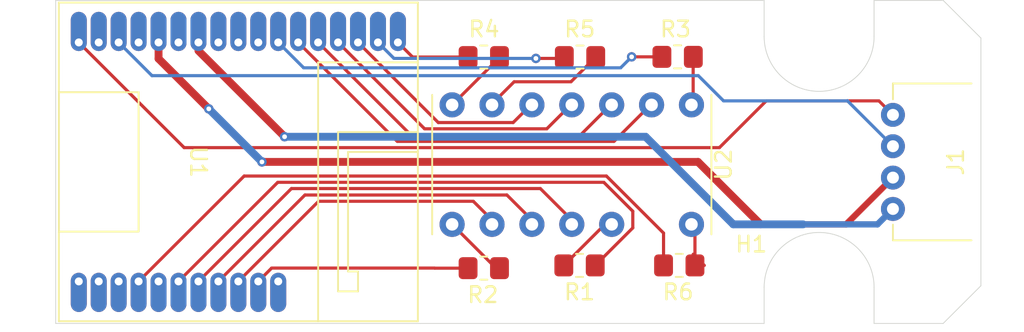
<source format=kicad_pcb>
(kicad_pcb (version 20240108) (generator "pcbnew") (generator_version "8.0")
  (layers (0 "F.Cu" signal) (31 "B.Cu" signal) (34 "B.Paste" user) (35 "F.Paste" user) (36 "B.SilkS" user "B.Silkscreen") (37 "F.SilkS" user "F.Silkscreen") (38 "B.Mask" user) (39 "F.Mask" user) (44 "Edge.Cuts" user))
  (net 0 "")
  (net 1 "Net-(J1-Pin_4)")
  (net 2 "GND")
  (net 3 "+5V")
  (net 4 "Net-(J1-Pin_3)")
  (net 5 "Net-(U2-AN1)")
  (net 6 "Net-(U1-G41)")
  (net 7 "Net-(U2-AN2)")
  (net 8 "Net-(U1-G46)")
  (net 9 "Net-(U2-AN3)")
  (net 10 "Net-(U1-G7)")
  (net 11 "Net-(U1-G1)")
  (net 12 "Net-(U2-AN4)")
  (net 13 "Net-(U1-G2)")
  (net 14 "Net-(U2-AN5)")
  (net 15 "Net-(U1-G40)")
  (net 16 "Net-(U2-ANDE)")
  (net 22 "Net-(U1-G6)")
  (net 24 "Net-(U1-G44)")
  (net 25 "Net-(U1-G3)")
  (net 27 "Net-(U1-G4)")
  (net 28 "Net-(U1-G42)")
  (net 31 "Net-(U1-G5)")
  (net 33 "Net-(U1-G43)")
  (footprint "Resistor_SMD:R_0805_2012Metric_Pad1.20x1.40mm_HandSolder" (layer "F.Cu") (at 140.954 74.5)
    (property "Reference" "R1" (at 0 1.7 360) (layer "F.SilkS"))
    (property "Value" "120")
    (fp_line (start -0.227064 -0.735) (end 0.227064 -0.735) (stroke (width 0.12)) (layer "F.SilkS"))
    (fp_line (start -0.227064 0.735) (end 0.227064 0.735) (stroke (width 0.12)) (layer "F.SilkS"))
    (pad "1" smd roundrect (at -1 0) (size 1.2 1.4) (layers "F.Cu" "F.Paste" "F.Mask") (roundrect_rratio 0.208333) (net 5 "Net-(U2-AN1)"))
    (pad "2" smd roundrect (at 1 0) (size 1.2 1.4) (layers "F.Cu" "F.Paste" "F.Mask") (roundrect_rratio 0.208333) (net 6 "Net-(U1-G41)"))
  )
  (footprint "footprints:LTP305G" (layer "F.Cu") (at 150.622 68.072 90)
    (property "Reference" "U2" (at 0 -0.5 90) (layer "F.SilkS"))
    (property "Value" "LTP305G")
    (fp_line (start -4.445 -19.05) (end 4.445 -19.05) (stroke (width 0.12)) (layer "F.SilkS"))
    (fp_line (start -4.445 -1.27) (end 4.445 -1.27) (stroke (width 0.12)) (layer "F.SilkS"))
    (pad "1" thru_hole circle (at -3.81 -17.78 90) (size 1.6 1.6) (drill 0.8) (layers "*.Cu" "*.Mask") (net 7 "Net-(U2-AN2)"))
    (pad "2" thru_hole circle (at -3.81 -15.24 90) (size 1.6 1.6) (drill 0.8) (layers "*.Cu" "*.Mask") (net 33 "Net-(U1-G43)"))
    (pad "3" thru_hole circle (at -3.81 -12.7 90) (size 1.6 1.6) (drill 0.8) (layers "*.Cu" "*.Mask") (net 28 "Net-(U1-G42)"))
    (pad "4" thru_hole circle (at -3.81 -10.16 90) (size 1.6 1.6) (drill 0.8) (layers "*.Cu" "*.Mask") (net 24 "Net-(U1-G44)"))
    (pad "5" thru_hole circle (at -3.81 -7.62 90) (size 1.6 1.6) (drill 0.8) (layers "*.Cu" "*.Mask") (net 5 "Net-(U2-AN1)"))
    (pad "7" thru_hole circle (at -3.81 -2.54 90) (size 1.6 1.6) (drill 0.8) (layers "*.Cu" "*.Mask") (net 16 "Net-(U2-ANDE)"))
    (pad "8" thru_hole circle (at 3.81 -2.54 90) (size 1.6 1.6) (drill 0.8) (layers "*.Cu" "*.Mask") (net 9 "Net-(U2-AN3)"))
    (pad "9" thru_hole circle (at 3.81 -5.08 90) (size 1.6 1.6) (drill 0.8) (layers "*.Cu" "*.Mask") (net 22 "Net-(U1-G6)"))
    (pad "10" thru_hole circle (at 3.81 -7.62 90) (size 1.6 1.6) (drill 0.8) (layers "*.Cu" "*.Mask") (net 31 "Net-(U1-G5)"))
    (pad "11" thru_hole circle (at 3.81 -10.16 90) (size 1.6 1.6) (drill 0.8) (layers "*.Cu" "*.Mask") (net 27 "Net-(U1-G4)"))
    (pad "12" thru_hole circle (at 3.81 -12.7 90) (size 1.6 1.6) (drill 0.8) (layers "*.Cu" "*.Mask") (net 25 "Net-(U1-G3)"))
    (pad "13" thru_hole circle (at 3.81 -15.24 90) (size 1.6 1.6) (drill 0.8) (layers "*.Cu" "*.Mask") (net 14 "Net-(U2-AN5)"))
    (pad "14" thru_hole circle (at 3.81 -17.78 90) (size 1.6 1.6) (drill 0.8) (layers "*.Cu" "*.Mask") (net 12 "Net-(U2-AN4)"))
  )
  (footprint "Resistor_SMD:R_0805_2012Metric_Pad1.20x1.40mm_HandSolder" (layer "F.Cu") (at 134.858 61.214 180)
    (property "Reference" "R4" (at -0.016 1.778 360) (layer "F.SilkS"))
    (property "Value" "120")
    (fp_line (start -0.227064 0.735) (end 0.227064 0.735) (stroke (width 0.12)) (layer "F.SilkS"))
    (fp_line (start -0.227064 -0.735) (end 0.227064 -0.735) (stroke (width 0.12)) (layer "F.SilkS"))
    (pad "1" smd roundrect (at -1 0 180) (size 1.2 1.4) (layers "F.Cu" "F.Paste" "F.Mask") (roundrect_rratio 0.208333) (net 12 "Net-(U2-AN4)"))
    (pad "2" smd roundrect (at 1 0 180) (size 1.2 1.4) (layers "F.Cu" "F.Paste" "F.Mask") (roundrect_rratio 0.208333) (net 11 "Net-(U1-G1)"))
  )
  (footprint "Resistor_SMD:R_0805_2012Metric_Pad1.20x1.40mm_HandSolder" (layer "F.Cu") (at 134.858 74.676)
    (property "Reference" "R2" (at -0.058 1.7 180) (layer "F.SilkS"))
    (property "Value" "120")
    (fp_line (start -0.227064 -0.735) (end 0.227064 -0.735) (stroke (width 0.12)) (layer "F.SilkS"))
    (fp_line (start -0.227064 0.735) (end 0.227064 0.735) (stroke (width 0.12)) (layer "F.SilkS"))
    (pad "1" smd roundrect (at -1 0) (size 1.2 1.4) (layers "F.Cu" "F.Paste" "F.Mask") (roundrect_rratio 0.208333) (net 8 "Net-(U1-G46)"))
    (pad "2" smd roundrect (at 1 0) (size 1.2 1.4) (layers "F.Cu" "F.Paste" "F.Mask") (roundrect_rratio 0.208333) (net 7 "Net-(U2-AN2)"))
  )
  (footprint "footprints:unit_mounting_hole" (layer "F.Cu") (at 156.21 75.4)
    (property "Reference" "H1" (at -4.318 -2.248 0) (layer "F.SilkS"))
    (property "Value" "M5Unit Screw Hole")
    (pad "" np_thru_hole circle (at 0 -7.5) (size 5.5 5.5) (drill 5.5) (layers "F&B.Cu" "*.Mask"))
  )
  (footprint "footprints:M5StampS3" (layer "F.Cu") (at 106.53 67.9 -90)
    (property "Reference" "U1" (at 0 -10.16 -90) (layer "F.SilkS"))
    (property "Value" "M5StampS3")
    (fp_line (start -10.16 -1.27) (end -4.445 -1.27) (stroke (width 0.12)) (layer "F.SilkS"))
    (fp_line (start 4.445 -1.27) (end 10.16 -1.27) (stroke (width 0.12)) (layer "F.SilkS"))
    (fp_line (start 10.16 -1.27) (end 10.16 -24.13) (stroke (width 0.12)) (layer "F.SilkS"))
    (fp_line (start -6.35 -17.78) (end 10.16 -17.78) (stroke (width 0.12)) (layer "F.SilkS"))
    (fp_line (start -1.905 -19.05) (end 8.255 -19.05) (stroke (width 0.12)) (layer "F.SilkS"))
    (fp_line (start 8.255 -19.05) (end 8.255 -20.32) (stroke (width 0.12)) (layer "F.SilkS"))
    (fp_line (start -0.635 -19.685) (end -0.635 -24.13) (stroke (width 0.12)) (layer "F.SilkS"))
    (fp_line (start 6.985 -19.685) (end -0.635 -19.685) (stroke (width 0.12)) (layer "F.SilkS"))
    (fp_line (start 6.985 -20.32) (end 6.985 -19.685) (stroke (width 0.12)) (layer "F.SilkS"))
    (fp_line (start 8.255 -20.32) (end 6.985 -20.32) (stroke (width 0.12)) (layer "F.SilkS"))
    (fp_line (start -10.16 -24.13) (end -10.16 -1.27) (stroke (width 0.12)) (layer "F.SilkS"))
    (fp_line (start -6.35 -24.13) (end -6.35 -17.78) (stroke (width 0.12)) (layer "F.SilkS"))
    (fp_line (start -1.905 -24.13) (end -1.905 -19.05) (stroke (width 0.12)) (layer "F.SilkS"))
    (fp_line (start 10.16 -24.13) (end -10.16 -24.13) (stroke (width 0.12)) (layer "F.SilkS"))
    (fp_rect (start -4.445 -6.35) (end 4.445 -1.275) (stroke (width 0.12)) (fill none) (layer "F.SilkS"))
    (pad "1" thru_hole roundrect (at -7.62 -22.86 270) (size 2.5 1.016) (drill 0.508 (offset -0.7 0)) (layers "*.Cu" "*.Mask") (roundrect_rratio 0.4921259843) (net 11 "Net-(U1-G1)"))
    (pad "2" thru_hole roundrect (at -7.62 -21.59 270) (size 2.5 1.016) (drill 0.508 (offset -0.7 0)) (layers "*.Cu" "*.Mask") (roundrect_rratio 0.4921259843) (net 13 "Net-(U1-G2)"))
    (pad "3" thru_hole roundrect (at -7.62 -20.32 270) (size 2.5 1.016) (drill 0.508 (offset -0.7 0)) (layers "*.Cu" "*.Mask") (roundrect_rratio 0.4921259843) (net 25 "Net-(U1-G3)"))
    (pad "4" thru_hole roundrect (at -7.62 -19.05 270) (size 2.5 1.016) (drill 0.508 (offset -0.7 0)) (layers "*.Cu" "*.Mask") (roundrect_rratio 0.4921259843) (net 27 "Net-(U1-G4)"))
    (pad "5" thru_hole roundrect (at -7.62 -17.78 270) (size 2.5 1.016) (drill 0.508 (offset -0.7 0)) (layers "*.Cu" "*.Mask") (roundrect_rratio 0.4921259843) (net 31 "Net-(U1-G5)"))
    (pad "6" thru_hole roundrect (at -7.62 -16.51 270) (size 2.5 1.016) (drill 0.508 (offset -0.7 0)) (layers "*.Cu" "*.Mask") (roundrect_rratio 0.4921259843) (net 22 "Net-(U1-G6)"))
    (pad "7" thru_hole roundrect (at -7.62 -15.24 270) (size 2.5 1.016) (drill 0.508 (offset -0.7 0)) (layers "*.Cu" "*.Mask") (roundrect_rratio 0.4921259843) (net 10 "Net-(U1-G7)"))
    (pad "8" thru_hole roundrect (at -7.62 -13.97 270) (size 2.5 1.016) (drill 0.508 (offset -0.7 0)) (layers "*.Cu" "*.Mask") (roundrect_rratio 0.4921259843))
    (pad "9" thru_hole roundrect (at -7.62 -12.7 270) (size 2.5 1.016) (drill 0.508 (offset -0.7 0)) (layers "*.Cu" "*.Mask") (roundrect_rratio 0.4921259843))
    (pad "10" thru_hole roundrect (at -7.62 -11.43 270) (size 2.5 1.016) (drill 0.508 (offset -0.7 0)) (layers "*.Cu" "*.Mask") (roundrect_rratio 0.4921259843))
    (pad "11" thru_hole roundrect (at -7.62 -10.16 270) (size 2.5 1.016) (drill 0.508 (offset -0.7 0)) (layers "*.Cu" "*.Mask") (roundrect_rratio 0.4921259843) (net 2 "GND"))
    (pad "12" thru_hole roundrect (at -7.62 -8.89 270) (size 2.5 1.016) (drill 0.508 (offset -0.7 0)) (layers "*.Cu" "*.Mask") (roundrect_rratio 0.4921259843))
    (pad "13" thru_hole roundrect (at -7.62 -7.62 270) (size 2.5 1.016) (drill 0.508 (offset -0.7 0)) (layers "*.Cu" "*.Mask") (roundrect_rratio 0.4921259843) (net 3 "+5V"))
    (pad "14" thru_hole roundrect (at -7.62 -6.35 270) (size 2.5 1.016) (drill 0.508 (offset -0.7 0)) (layers "*.Cu" "*.Mask") (roundrect_rratio 0.4921259843))
    (pad "15" thru_hole roundrect (at -7.62 -5.08 270) (size 2.5 1.016) (drill 0.508 (offset -0.7 0)) (layers "*.Cu" "*.Mask") (roundrect_rratio 0.4921259843) (net 4 "Net-(J1-Pin_3)"))
    (pad "16" thru_hole roundrect (at -7.62 -3.81 270) (size 2.5 1.016) (drill 0.508 (offset -0.7 0)) (layers "*.Cu" "*.Mask") (roundrect_rratio 0.4921259843))
    (pad "17" thru_hole roundrect (at -7.62 -2.54 270) (size 2.5 1.016) (drill 0.508 (offset -0.7 0)) (layers "*.Cu" "*.Mask") (roundrect_rratio 0.4921259843) (net 1 "Net-(J1-Pin_4)"))
    (pad "18" thru_hole roundrect (at 7.62 -2.54 90) (size 2.5 1.016) (drill 0.508 (offset -0.7 0)) (layers "*.Cu" "*.Mask") (roundrect_rratio 0.4921259843))
    (pad "19" thru_hole roundrect (at 7.62 -3.81 90) (size 2.5 1.016) (drill 0.508 (offset -0.7 0)) (layers "*.Cu" "*.Mask") (roundrect_rratio 0.4921259843))
    (pad "20" thru_hole roundrect (at 7.62 -5.08 90) (size 2.5 1.016) (drill 0.508 (offset -0.7 0)) (layers "*.Cu" "*.Mask") (roundrect_rratio 0.4921259843))
    (pad "21" thru_hole roundrect (at 7.62 -6.35 90) (size 2.5 1.016) (drill 0.508 (offset -0.7 0)) (layers "*.Cu" "*.Mask") (roundrect_rratio 0.4921259843) (net 15 "Net-(U1-G40)"))
    (pad "22" thru_hole roundrect (at 7.62 -7.62 90) (size 2.5 1.016) (drill 0.508 (offset -0.7 0)) (layers "*.Cu" "*.Mask") (roundrect_rratio 0.4921259843))
    (pad "23" thru_hole roundrect (at 7.62 -8.89 90) (size 2.5 1.016) (drill 0.508 (offset -0.7 0)) (layers "*.Cu" "*.Mask") (roundrect_rratio 0.4921259843) (net 6 "Net-(U1-G41)"))
    (pad "24" thru_hole roundrect (at 7.62 -10.16 90) (size 2.5 1.016) (drill 0.508 (offset -0.7 0)) (layers "*.Cu" "*.Mask") (roundrect_rratio 0.4921259843) (net 24 "Net-(U1-G44)"))
    (pad "25" thru_hole roundrect (at 7.62 -11.43 90) (size 2.5 1.016) (drill 0.508 (offset -0.7 0)) (layers "*.Cu" "*.Mask") (roundrect_rratio 0.4921259843) (net 28 "Net-(U1-G42)"))
    (pad "26" thru_hole roundrect (at 7.62 -12.7 90) (size 2.5 1.016) (drill 0.508 (offset -0.7 0)) (layers "*.Cu" "*.Mask") (roundrect_rratio 0.4921259843) (net 33 "Net-(U1-G43)"))
    (pad "27" thru_hole roundrect (at 7.62 -13.97 90) (size 2.5 1.016) (drill 0.508 (offset -0.7 0)) (layers "*.Cu" "*.Mask") (roundrect_rratio 0.4921259843) (net 8 "Net-(U1-G46)"))
    (pad "28" thru_hole roundrect (at 7.62 -15.24 90) (size 2.5 1.016) (drill 0.508 (offset -0.7 0)) (layers "*.Cu" "*.Mask") (roundrect_rratio 0.4921259843))
  )
  (footprint "footprints:HY2.0-4P" (layer "F.Cu") (at 165.91 67.9 90)
    (property "Reference" "J1" (at 0 -1 90) (layer "F.SilkS"))
    (property "Value" "Conn_01x04")
    (fp_line (start 5 -5) (end 4 -5) (stroke (width 0.12)) (layer "F.SilkS"))
    (fp_line (start 5 -5) (end 5 0) (stroke (width 0.12)) (layer "F.SilkS"))
    (fp_line (start 4 -5) (end 5 -5) (stroke (width 0.12)) (layer "F.SilkS"))
    (fp_line (start -4 -5) (end -5 -5) (stroke (width 0.12)) (layer "F.SilkS"))
    (fp_line (start -5 -5) (end -5 0) (stroke (width 0.12)) (layer "F.SilkS"))
    (pad "1" thru_hole circle (at -3 -5 90) (size 1.524 1.524) (drill 0.762) (layers "*.Cu" "*.Mask") (net 2 "GND"))
    (pad "2" thru_hole circle (at -1 -5 90) (size 1.524 1.524) (drill 0.762) (layers "*.Cu" "*.Mask") (net 3 "+5V"))
    (pad "3" thru_hole circle (at 1 -5 90) (size 1.524 1.524) (drill 0.762) (layers "*.Cu" "*.Mask") (net 4 "Net-(J1-Pin_3)"))
    (pad "4" thru_hole circle (at 3 -5 90) (size 1.524 1.524) (drill 0.762) (layers "*.Cu" "*.Mask") (net 1 "Net-(J1-Pin_4)"))
  )
  (footprint "Resistor_SMD:R_0805_2012Metric_Pad1.20x1.40mm_HandSolder" (layer "F.Cu") (at 147.2 61.2)
    (property "Reference" "R3" (at -0.134 -1.764 180) (layer "F.SilkS"))
    (property "Value" "120")
    (fp_line (start -0.227064 -0.735) (end 0.227064 -0.735) (stroke (width 0.12)) (layer "F.SilkS"))
    (fp_line (start -0.227064 0.735) (end 0.227064 0.735) (stroke (width 0.12)) (layer "F.SilkS"))
    (pad "1" smd roundrect (at -1 0) (size 1.2 1.4) (layers "F.Cu" "F.Paste" "F.Mask") (roundrect_rratio 0.208333) (net 10 "Net-(U1-G7)"))
    (pad "2" smd roundrect (at 1 0) (size 1.2 1.4) (layers "F.Cu" "F.Paste" "F.Mask") (roundrect_rratio 0.208333) (net 9 "Net-(U2-AN3)"))
  )
  (footprint "Resistor_SMD:R_0805_2012Metric_Pad1.20x1.40mm_HandSolder" (layer "F.Cu") (at 140.986 61.214 180)
    (property "Reference" "R5" (at 0.016 1.778 360) (layer "F.SilkS"))
    (property "Value" "120")
    (fp_line (start -0.227064 0.735) (end 0.227064 0.735) (stroke (width 0.12)) (layer "F.SilkS"))
    (fp_line (start -0.227064 -0.735) (end 0.227064 -0.735) (stroke (width 0.12)) (layer "F.SilkS"))
    (pad "1" smd roundrect (at -1 0 180) (size 1.2 1.4) (layers "F.Cu" "F.Paste" "F.Mask") (roundrect_rratio 0.208333) (net 14 "Net-(U2-AN5)"))
    (pad "2" smd roundrect (at 1 0 180) (size 1.2 1.4) (layers "F.Cu" "F.Paste" "F.Mask") (roundrect_rratio 0.208333) (net 13 "Net-(U1-G2)"))
  )
  (footprint "Resistor_SMD:R_0805_2012Metric_Pad1.20x1.40mm_HandSolder" (layer "F.Cu") (at 147.304 74.5)
    (property "Reference" "R6" (at -0.072 1.7 360) (layer "F.SilkS"))
    (property "Value" "120")
    (fp_line (start -0.227064 -0.735) (end 0.227064 -0.735) (stroke (width 0.12)) (layer "F.SilkS"))
    (fp_line (start -0.227064 0.735) (end 0.227064 0.735) (stroke (width 0.12)) (layer "F.SilkS"))
    (pad "1" smd roundrect (at -1 0) (size 1.2 1.4) (layers "F.Cu" "F.Paste" "F.Mask") (roundrect_rratio 0.208333) (net 15 "Net-(U1-G40)"))
    (pad "2" smd roundrect (at 1 0) (size 1.2 1.4) (layers "F.Cu" "F.Paste" "F.Mask") (roundrect_rratio 0.208333) (net 16 "Net-(U2-ANDE)"))
  )
  (gr_arc (start 159.71 59.9) (mid 156.21 63.4) (end 152.71 59.9) (stroke (width 0.05)) (layer "Edge.Cuts"))
  (gr_line (start 152.71 78.2) (end 107.6 78.2) (stroke (width 0.05)) (layer "Edge.Cuts"))
  (gr_line (start 159.71 78.2) (end 159.71 75.9) (stroke (width 0.05)) (layer "Edge.Cuts"))
  (gr_arc (start 152.71 75.9) (mid 156.21 72.4) (end 159.71 75.9) (stroke (width 0.05)) (layer "Edge.Cuts"))
  (gr_line (start 166.51 60) (end 164.11 57.6) (stroke (width 0.05)) (layer "Edge.Cuts"))
  (gr_line (start 152.71 57.6) (end 107.6 57.6) (stroke (width 0.05)) (layer "Edge.Cuts"))
  (gr_line (start 166.51 60) (end 166.51 75.8) (stroke (width 0.05)) (layer "Edge.Cuts"))
  (gr_line (start 107.6 57.6) (end 107.6 78.2) (stroke (width 0.05)) (layer "Edge.Cuts"))
  (gr_line (start 152.71 75.9) (end 152.71 78.2) (stroke (width 0.05)) (layer "Edge.Cuts"))
  (gr_line (start 159.71 57.6) (end 159.71 59.9) (stroke (width 0.05)) (layer "Edge.Cuts"))
  (gr_line (start 166.51 75.8) (end 164.11 78.2) (stroke (width 0.05)) (layer "Edge.Cuts"))
  (gr_line (start 152.71 59.9) (end 152.71 57.6) (stroke (width 0.05)) (layer "Edge.Cuts"))
  (gr_line (start 164.11 57.6) (end 159.71 57.6) (stroke (width 0.05)) (layer "Edge.Cuts"))
  (gr_line (start 164.11 78.2) (end 159.71 78.2) (stroke (width 0.05)) (layer "Edge.Cuts"))
  (segment (start 109.07 60.28) (end 115.78 66.99) (width 0.2) (layer "F.Cu") (net 1))
  (segment (start 160.018 64.008) (end 160.91 64.9) (width 0.2) (layer "F.Cu") (net 1))
  (segment (start 115.78 66.99) (end 149.86 66.99) (width 0.2) (layer "F.Cu") (net 1))
  (segment (start 149.86 66.99) (end 152.842 64.008) (width 0.2) (layer "F.Cu") (net 1))
  (segment (start 152.842 64.008) (end 160.018 64.008) (width 0.2) (layer "F.Cu") (net 1))
  (segment (start 116.69 60.81) (end 122.174 66.294) (width 0.5) (layer "F.Cu") (net 2))
  (segment (start 116.69 60.28) (end 116.69 60.81) (width 0.2) (layer "F.Cu") (net 2))
  (via (at 122.174 66.294) (size 0.6) (drill 0.3) (layers "F.Cu" "B.Cu") (net 2))
  (segment (start 155.194 71.882) (end 159.928 71.882) (width 0.4) (layer "B.Cu") (net 2))
  (segment (start 145.15791 66.294) (end 150.74591 71.882) (width 0.5) (layer "B.Cu") (net 2))
  (segment (start 150.74591 71.882) (end 155.194 71.882) (width 0.5) (layer "B.Cu") (net 2))
  (segment (start 159.928 71.882) (end 160.91 70.9) (width 0.4) (layer "B.Cu") (net 2))
  (segment (start 122.174 66.294) (end 145.15791 66.294) (width 0.5) (layer "B.Cu") (net 2))
  (segment (start 148.5 67.9) (end 152.482 71.882) (width 0.5) (layer "F.Cu") (net 3))
  (segment (start 117.348 64.516) (end 117.354 64.516) (width 0.2) (layer "F.Cu") (net 3))
  (segment (start 157.928 71.882) (end 152.482 71.882) (width 0.4) (layer "F.Cu") (net 3))
  (segment (start 120.732 67.9) (end 148.5 67.9) (width 0.5) (layer "F.Cu") (net 3))
  (segment (start 160.91 68.9) (end 157.928 71.882) (width 0.4) (layer "F.Cu") (net 3))
  (segment (start 114.15 60.28) (end 114.15 61.318) (width 0.5) (layer "F.Cu") (net 3))
  (segment (start 117.348 64.516) (end 114.15 61.318) (width 0.5) (layer "F.Cu") (net 3))
  (via (at 117.348 64.516) (size 0.6) (drill 0.3) (layers "F.Cu" "B.Cu") (net 3))
  (via (at 120.732 67.9) (size 0.6) (drill 0.3) (layers "F.Cu" "B.Cu") (net 3))
  (segment (start 120.732 67.9) (end 117.348 64.516) (width 0.5) (layer "B.Cu") (net 3))
  (segment (start 111.61 60.28) (end 113.73 62.4) (width 0.2) (layer "B.Cu") (net 4))
  (segment (start 148.518478 62.4) (end 150.126478 64.008) (width 0.2) (layer "B.Cu") (net 4))
  (segment (start 150.126478 64.008) (end 158.002 64.008) (width 0.2) (layer "B.Cu") (net 4))
  (segment (start 158.002 64.008) (end 158.01 64) (width 0.2) (layer "B.Cu") (net 4))
  (segment (start 158.01 64) (end 160.91 66.9) (width 0.2) (layer "B.Cu") (net 4))
  (segment (start 113.73 62.4) (end 148.518478 62.4) (width 0.2) (layer "B.Cu") (net 4))
  (segment (start 143.002 71.882) (end 142.572 71.882) (width 0.2) (layer "F.Cu") (net 5))
  (segment (start 142.572 71.882) (end 139.954 74.5) (width 0.2) (layer "F.Cu") (net 5))
  (segment (start 144.346 72.108) (end 144.346 71.046) (width 0.2) (layer "F.Cu") (net 6))
  (segment (start 142.5 69.2) (end 121.74 69.2) (width 0.2) (layer "F.Cu") (net 6))
  (segment (start 121.74 69.2) (end 115.42 75.52) (width 0.2) (layer "F.Cu") (net 6))
  (segment (start 144.346 71.046) (end 142.5 69.2) (width 0.2) (layer "F.Cu") (net 6))
  (segment (start 141.954 74.5) (end 144.346 72.108) (width 0.2) (layer "F.Cu") (net 6))
  (segment (start 115.42 76.846642) (end 115.42 75.52) (width 0.2) (layer "F.Cu") (net 6))
  (segment (start 132.842 71.882) (end 135.636 74.676) (width 0.2) (layer "F.Cu") (net 7))
  (segment (start 135.636 74.676) (end 135.858 74.676) (width 0.2) (layer "F.Cu") (net 7))
  (segment (start 120.5 76.9) (end 120.5 75.52) (width 0.2) (layer "F.Cu") (net 8))
  (segment (start 131.73 74.67) (end 131.736 74.676) (width 0.2) (layer "F.Cu") (net 8))
  (segment (start 131.73 74.67) (end 121.35 74.67) (width 0.2) (layer "F.Cu") (net 8))
  (segment (start 131.736 74.676) (end 133.636 74.676) (width 0.2) (layer "F.Cu") (net 8))
  (segment (start 121.35 74.67) (end 120.5 75.52) (width 0.2) (layer "F.Cu") (net 8))
  (segment (start 148.19 61.21) (end 148.2 61.2) (width 0.2) (layer "F.Cu") (net 9))
  (segment (start 148.19 64.09) (end 148.19 61.21) (width 0.2) (layer "F.Cu") (net 9))
  (segment (start 148.2 64.08) (end 148.19 64.09) (width 0.2) (layer "F.Cu") (net 9))
  (segment (start 121.77 58.953358) (end 121.77 60.28) (width 0.2) (layer "F.Cu") (net 10))
  (segment (start 146.2 61.2) (end 144.272 61.2) (width 0.2) (layer "F.Cu") (net 10))
  (via (at 144.272 61.2) (size 0.6) (drill 0.3) (layers "F.Cu" "B.Cu") (net 10))
  (segment (start 123.39 61.9) (end 121.77 60.28) (width 0.2) (layer "B.Cu") (net 10))
  (segment (start 144.272 61.2) (end 143.572 61.9) (width 0.2) (layer "B.Cu") (net 10))
  (segment (start 143.572 61.9) (end 123.39 61.9) (width 0.2) (layer "B.Cu") (net 10))
  (segment (start 130.324 61.214) (end 129.39 60.28) (width 0.2) (layer "F.Cu") (net 11))
  (segment (start 133.858 61.214) (end 130.324 61.214) (width 0.2) (layer "F.Cu") (net 11))
  (segment (start 135.858 61.246) (end 132.842 64.262) (width 0.2) (layer "F.Cu") (net 12))
  (segment (start 135.858 61.214) (end 135.858 61.246) (width 0.2) (layer "F.Cu") (net 12))
  (segment (start 132.9 64.04) (end 132.95 64.09) (width 0.2) (layer "F.Cu") (net 12))
  (segment (start 139.9 61.3) (end 139.986 61.214) (width 0.2) (layer "F.Cu") (net 13))
  (segment (start 128.12 58.953358) (end 128.12 60.28) (width 0.2) (layer "F.Cu") (net 13))
  (segment (start 138.176 61.3) (end 139.9 61.3) (width 0.2) (layer "F.Cu") (net 13))
  (via (at 138.176 61.3) (size 0.6) (drill 0.3) (layers "F.Cu" "B.Cu") (net 13))
  (segment (start 138.176 61.3) (end 129.14 61.3) (width 0.2) (layer "B.Cu") (net 13))
  (segment (start 129.14 61.3) (end 128.12 60.28) (width 0.2) (layer "B.Cu") (net 13))
  (segment (start 136.79 62.79) (end 135.49 64.09) (width 0.2) (layer "F.Cu") (net 14))
  (segment (start 141.986 61.214) (end 140.41 62.79) (width 0.2) (layer "F.Cu") (net 14))
  (segment (start 140.41 62.79) (end 136.79 62.79) (width 0.2) (layer "F.Cu") (net 14))
  (segment (start 146.304 72.438314) (end 146.304 74.5) (width 0.2) (layer "F.Cu") (net 15))
  (segment (start 119.6 68.8) (end 142.665686 68.8) (width 0.2) (layer "F.Cu") (net 15))
  (segment (start 142.665686 68.8) (end 146.304 72.438314) (width 0.2) (layer "F.Cu") (net 15))
  (segment (start 112.88 75.52) (end 119.6 68.8) (width 0.2) (layer "F.Cu") (net 15))
  (segment (start 148.19 73.79) (end 148.9 74.5) (width 0.2) (layer "F.Cu") (net 16))
  (segment (start 148.304 72.104) (end 148.082 71.882) (width 0.2) (layer "F.Cu") (net 16))
  (segment (start 148.304 74.5) (end 148.304 72.104) (width 0.2) (layer "F.Cu") (net 16))
  (segment (start 143.15 66.59) (end 129.35 66.59) (width 0.2) (layer "F.Cu") (net 22))
  (segment (start 145.65 64.09) (end 143.15 66.59) (width 0.2) (layer "F.Cu") (net 22))
  (segment (start 129.35 66.59) (end 123.04 60.28) (width 0.2) (layer "F.Cu") (net 22))
  (segment (start 140.57 71.71) (end 138.46 69.6) (width 0.2) (layer "F.Cu") (net 24))
  (segment (start 138.46 69.6) (end 122.61 69.6) (width 0.2) (layer "F.Cu") (net 24))
  (segment (start 122.61 69.6) (end 116.69 75.52) (width 0.2) (layer "F.Cu") (net 24))
  (segment (start 138.03 64.09) (end 136.73 65.39) (width 0.2) (layer "F.Cu") (net 25))
  (segment (start 136.73 65.39) (end 131.96 65.39) (width 0.2) (layer "F.Cu") (net 25))
  (segment (start 131.96 65.39) (end 126.85 60.28) (width 0.2) (layer "F.Cu") (net 25))
  (segment (start 138.87 65.79) (end 131.09 65.79) (width 0.2) (layer "F.Cu") (net 27))
  (segment (start 131.09 65.79) (end 125.58 60.28) (width 0.2) (layer "F.Cu") (net 27))
  (segment (start 140.57 64.09) (end 138.87 65.79) (width 0.2) (layer "F.Cu") (net 27))
  (segment (start 138.03 71.71) (end 136.33 70.01) (width 0.2) (layer "F.Cu") (net 28))
  (segment (start 136.33 70.01) (end 123.47 70.01) (width 0.2) (layer "F.Cu") (net 28))
  (segment (start 123.47 70.01) (end 117.96 75.52) (width 0.2) (layer "F.Cu") (net 28))
  (segment (start 143.11 64.09) (end 141.01 66.19) (width 0.2) (layer "F.Cu") (net 31))
  (segment (start 130.22 66.19) (end 124.31 60.28) (width 0.2) (layer "F.Cu") (net 31))
  (segment (start 141.01 66.19) (end 130.22 66.19) (width 0.2) (layer "F.Cu") (net 31))
  (segment (start 134.19 70.41) (end 124.34 70.41) (width 0.2) (layer "F.Cu") (net 33))
  (segment (start 124.34 70.41) (end 119.23 75.52) (width 0.2) (layer "F.Cu") (net 33))
  (segment (start 135.49 71.71) (end 134.19 70.41) (width 0.2) (layer "F.Cu") (net 33))
)
</source>
